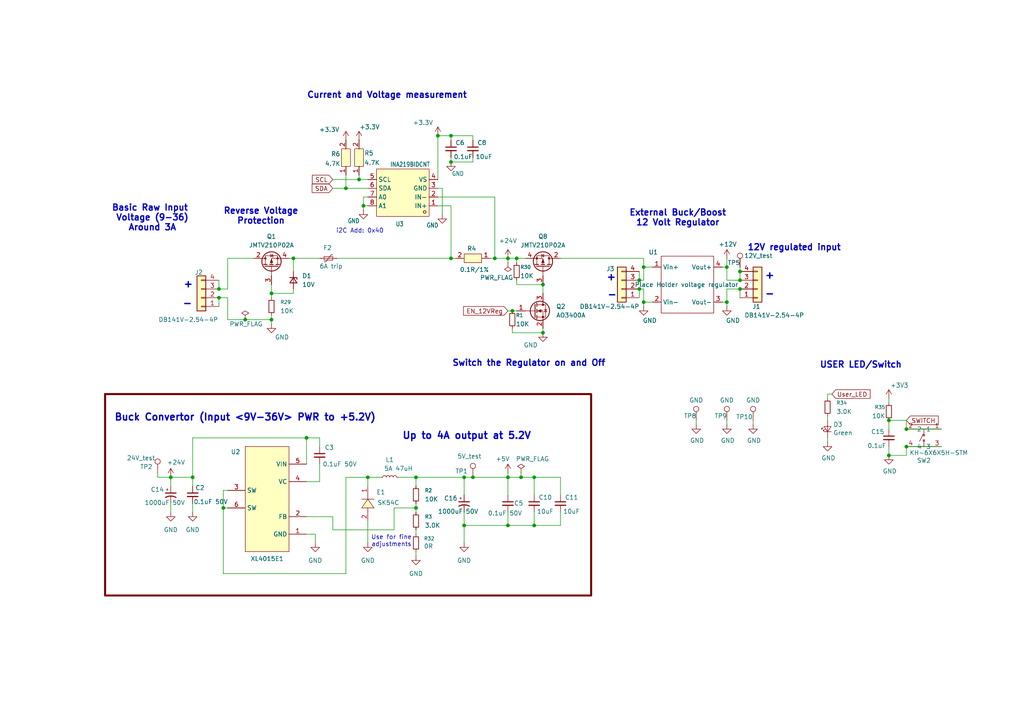
<source format=kicad_sch>
(kicad_sch (version 20250114) (generator "eeschema") (generator_version "9.0")
  (paper "A4")
  (title_block (title "MothBox") (date "2025-10-02") (rev "5.0.2") (company "Digital Naturalism Laboritories"))
  (lib_symbols
    (symbol "0_easyeda2kicad:KH-6X6X5H-STM"
      (property "Reference" "SW?" (at 0 7.62 0))
      (property "Value" "KH-6X6X5H-STM" (at 0 -7.62 0))
      (symbol "KH-6X6X5H-STM_0_1"
        (pin unspecified line (at -5.08 2.54 0) (length 2.54) (name "1") (number "1"))
        (pin unspecified line (at -5.08 -2.54 0) (length 2.54) (name "3") (number "3"))
        (pin unspecified line (at 5.08 2.54 180) (length 2.54) (name "2") (number "2"))
        (pin unspecified line (at 5.08 -2.54 180) (length 2.54) (name "4") (number "4"))
      )
    )
    (symbol "0_pauls_symbols:Device_LED_Small" (pin_numbers (hide yes)) (pin_names (offset 0.254) (hide yes))
      (property "Reference" "D" (at -1.27 3.175 0))
      (property "Value" "Device_LED_Small" (at -4.445 -2.54 0))
      (symbol "Device_LED_Small_1_1"
        (pin passive line (at -2.54 0 0) (length 1.778) (name "K") (number "1"))
        (pin passive line (at 2.54 0 180) (length 1.778) (name "A") (number "2"))
      )
    )
    (symbol "FRC0603J103TS_1" (pin_names (hide yes))
      (property "Reference" "R" (at 0 5.08 0))
      (property "Value" "FRC0603J103TS" (at 0 -5.08 0))
      (symbol "FRC0603J103TS_1_0_1"
        (pin unspecified line (at -5.08 0 0) (length 2.54) (name "1") (number "1"))
        (pin unspecified line (at 5.08 0 180) (length 2.54) (name "2") (number "2"))
      )
    )
    (symbol "MothBox_Symbol_Library:+12V" (power) (pin_numbers (hide yes)) (pin_names (offset 0) (hide yes))
      (property "Value" "+12V" (at 0 3.556 0))
      (symbol "+12V_1_1"
        (pin power_in line (at 0 0 90) (length 0) (name "~") (number "1"))
      )
    )
    (symbol "MothBox_Symbol_Library:+24V" (power) (pin_numbers (hide yes)) (pin_names (offset 0) (hide yes))
      (property "Value" "+24V" (at 0 3.556 0))
      (symbol "+24V_1_1"
        (pin power_in line (at 0 0 90) (length 0) (name "~") (number "1"))
      )
    )
    (symbol "MothBox_Symbol_Library:+3.3V" (power) (pin_numbers (hide yes)) (pin_names (offset 0) (hide yes))
      (property "Value" "+3.3V" (at 0 3.556 0))
      (symbol "+3.3V_1_1"
        (pin power_in line (at 0 0 90) (length 0) (name "~") (number "1"))
      )
    )
    (symbol "MothBox_Symbol_Library:+5V" (power) (pin_numbers (hide yes)) (pin_names (offset 0) (hide yes))
      (property "Value" "+5V" (at 0 3.556 0))
      (symbol "+5V_1_1"
        (pin power_in line (at 0 0 90) (length 0) (name "~") (number "1"))
      )
    )
    (symbol "MothBox_Symbol_Library:Buck-Boost"
      (property "Reference" "U" (at 0 0 0))
      (symbol "Buck-Boost_1_1"
        (pin input line (at -10.16 5.08 0) (length 2.54) (name "Vin+") (number "1"))
        (pin input line (at -10.16 -5.08 0) (length 2.54) (name "Vin-") (number "2"))
        (pin output line (at 10.16 5.08 180) (length 2.54) (name "Vout+") (number "4"))
        (pin output line (at 10.16 -5.08 180) (length 2.54) (name "Vout-") (number "3"))
      )
    )
    (symbol "MothBox_Symbol_Library:C_Polarized_Small_US" (pin_numbers (hide yes)) (pin_names (offset 0.254) (hide yes))
      (property "Reference" "C" (at 0.254 1.778 0))
      (property "Value" "C_Polarized_Small_US" (at 0.254 -2.032 0))
      (symbol "C_Polarized_Small_US_1_1"
        (pin passive line (at 0 2.54 270) (length 2.032) (name "~") (number "1"))
        (pin passive line (at 0 -2.54 90) (length 2.032) (name "~") (number "2"))
      )
    )
    (symbol "MothBox_Symbol_Library:C_Small" (pin_numbers (hide yes)) (pin_names (offset 0.254) (hide yes))
      (property "Reference" "C" (at 0.254 1.778 0))
      (property "Value" "C_Small" (at 0.254 -2.032 0))
      (symbol "C_Small_1_1"
        (pin passive line (at 0 2.54 270) (length 2.032) (name "~") (number "1"))
        (pin passive line (at 0 -2.54 90) (length 2.032) (name "~") (number "2"))
      )
    )
    (symbol "MothBox_Symbol_Library:Conn_01x04" (pin_names (offset 1.016) (hide yes))
      (property "Reference" "J" (at 0 5.08 0))
      (property "Value" "Conn_01x04" (at 0 -7.62 0))
      (symbol "Conn_01x04_1_1"
        (pin passive line (at -5.08 2.54 0) (length 3.81) (name "Pin_1") (number "1"))
        (pin passive line (at -5.08 0 0) (length 3.81) (name "Pin_2") (number "2"))
        (pin passive line (at -5.08 -2.54 0) (length 3.81) (name "Pin_3") (number "3"))
        (pin passive line (at -5.08 -5.08 0) (length 3.81) (name "Pin_4") (number "4"))
      )
    )
    (symbol "MothBox_Symbol_Library:D_Zener_Small" (pin_numbers (hide yes)) (pin_names (offset 0.254) (hide yes))
      (property "Reference" "D" (at 0 2.286 0))
      (property "Value" "D_Zener_Small" (at 0 -2.286 0))
      (symbol "D_Zener_Small_1_1"
        (pin passive line (at -2.54 0 0) (length 1.778) (name "K") (number "1"))
        (pin passive line (at 2.54 0 180) (length 1.778) (name "A") (number "2"))
      )
    )
    (symbol "MothBox_Symbol_Library:FRC0603J103TS" (pin_names (hide yes))
      (property "Reference" "R" (at 0 5.08 0))
      (property "Value" "FRC0603J103TS" (at 0 -5.08 0))
      (symbol "FRC0603J103TS_0_1"
        (pin unspecified line (at -5.08 0 0) (length 2.54) (name "1") (number "1"))
        (pin unspecified line (at 5.08 0 180) (length 2.54) (name "2") (number "2"))
      )
    )
    (symbol "MothBox_Symbol_Library:GND" (power) (pin_numbers (hide yes)) (pin_names (offset 0) (hide yes))
      (property "Value" "GND" (at 0 -3.81 0))
      (symbol "GND_1_1"
        (pin power_in line (at 0 0 270) (length 0) (name "~") (number "1"))
      )
    )
    (symbol "MothBox_Symbol_Library:INA219AIDCNR"
      (property "Reference" "U" (at 0 8.89 0))
      (property "Value" "INA219AIDCNR" (at 0 -8.89 0))
      (symbol "INA219AIDCNR_0_1"
        (pin unspecified line (at -10.16 3.81 0) (length 2.54) (name "IN+") (number "1"))
        (pin unspecified line (at -10.16 1.27 0) (length 2.54) (name "IN-") (number "2"))
        (pin unspecified line (at -10.16 -1.27 0) (length 2.54) (name "GND") (number "3"))
        (pin unspecified line (at -10.16 -3.81 0) (length 2.54) (name "VS") (number "4"))
        (pin unspecified line (at 10.16 3.81 180) (length 2.54) (name "A1") (number "8"))
        (pin unspecified line (at 10.16 1.27 180) (length 2.54) (name "A0") (number "7"))
        (pin unspecified line (at 10.16 -1.27 180) (length 2.54) (name "SDA") (number "6"))
        (pin unspecified line (at 10.16 -3.81 180) (length 2.54) (name "SCL") (number "5"))
      )
    )
    (symbol "MothBox_Symbol_Library:JMTV210P02A" (pin_names (hide yes))
      (property "Reference" "Q" (at 5.08 1.905 0))
      (property "Value" "JMTV210P02A" (at 5.08 0 0))
      (symbol "JMTV210P02A_1_1"
        (pin input line (at -5.08 0 0) (length 2.54) (name "G") (number "3"))
        (pin passive line (at 2.54 5.08 270) (length 2.54) (hide yes) (name "D") (number "1"))
        (pin passive line (at 2.54 5.08 270) (length 2.54) (name "D") (number "2"))
        (pin passive line (at 2.54 5.08 270) (length 2.54) (hide yes) (name "D") (number "5"))
        (pin passive line (at 2.54 5.08 270) (length 2.54) (hide yes) (name "D") (number "6"))
        (pin passive line (at 2.54 5.08 270) (length 2.54) (hide yes) (name "D") (number "8"))
        (pin passive line (at 2.54 -5.08 90) (length 2.54) (name "S") (number "4"))
        (pin passive line (at 2.54 -5.08 90) (length 2.54) (hide yes) (name "S") (number "7"))
      )
    )
    (symbol "MothBox_Symbol_Library:L_Small" (pin_numbers (hide yes)) (pin_names (offset 0.254) (hide yes))
      (property "Reference" "L" (at 0.762 1.016 0))
      (property "Value" "L_Small" (at 0.762 -1.016 0))
      (symbol "L_Small_1_1"
        (pin passive line (at 0 2.54 270) (length 0.508) (name "~") (number "1"))
        (pin passive line (at 0 -2.54 90) (length 0.508) (name "~") (number "2"))
      )
    )
    (symbol "MothBox_Symbol_Library:PCSR2512BR100M6" (pin_names (hide yes))
      (property "Reference" "R" (at 0 5.08 0))
      (property "Value" "PCSR2512BR100M6" (at 0 -5.08 0))
      (symbol "PCSR2512BR100M6_0_1"
        (pin unspecified line (at -5.08 0 0) (length 2.54) (name "1") (number "1"))
        (pin unspecified line (at 5.08 0 180) (length 2.54) (name "2") (number "2"))
      )
    )
    (symbol "MothBox_Symbol_Library:PWR_FLAG" (power) (pin_numbers (hide yes)) (pin_names (offset 0) (hide yes))
      (property "Value" "PWR_FLAG" (at 0 3.81 0))
      (symbol "PWR_FLAG_0_0"
        (pin power_out line (at 0 0 90) (length 0) (name "~") (number "1"))
      )
    )
    (symbol "MothBox_Symbol_Library:Polyfuse_Small" (pin_numbers (hide yes)) (pin_names (offset 0))
      (property "Reference" "F" (at -1.905 0 90))
      (property "Value" "Polyfuse_Small" (at 1.905 0 90))
      (symbol "Polyfuse_Small_1_1"
        (pin passive line (at 0 2.54 270) (length 0.635) (name "~") (number "1"))
        (pin passive line (at 0 -2.54 90) (length 0.635) (name "~") (number "2"))
      )
    )
    (symbol "MothBox_Symbol_Library:R_Small" (pin_numbers (hide yes)) (pin_names (offset 0.254) (hide yes))
      (property "Reference" "R" (at 0 0 90))
      (property "Value" "R_Small" (at 1.778 0 90))
      (symbol "R_Small_1_1"
        (pin passive line (at 0 2.54 270) (length 0.762) (name "~") (number "1"))
        (pin passive line (at 0 -2.54 90) (length 0.762) (name "~") (number "2"))
      )
    )
    (symbol "MothBox_Symbol_Library:SK54C_C5449119" (pin_names (hide yes))
      (property "Reference" "U" (at 0 5.08 0))
      (property "Value" "SK54C_C5449119" (at 0 -5.08 0))
      (symbol "SK54C_C5449119_0_1"
        (pin unspecified line (at -5.08 0 0) (length 2.54) (name "C") (number "1"))
        (pin unspecified line (at 5.08 0 180) (length 2.54) (name "A") (number "2"))
      )
    )
    (symbol "MothBox_Symbol_Library:TestPoint" (pin_numbers (hide yes)) (pin_names (offset 0.762) (hide yes))
      (property "Reference" "TP" (at 0 6.858 0))
      (property "Value" "TestPoint" (at 0 5.08 0))
      (symbol "TestPoint_1_1"
        (pin passive line (at 0 0 90) (length 2.54) (name "1") (number "1"))
      )
    )
    (symbol "MothBox_Symbol_Library:XL4015E1"
      (property "Reference" "U" (at 0 15.24 0))
      (property "Value" "XL4015E1" (at 0 -15.24 0))
      (symbol "XL4015E1_0_1"
        (pin unspecified line (at -11.43 2.54 0) (length 5.08) (name "SW") (number "3"))
        (pin unspecified line (at -11.43 -2.54 0) (length 5.08) (name "SW") (number "6"))
        (pin unspecified line (at 11.43 10.16 180) (length 5.08) (name "VIN") (number "5"))
        (pin unspecified line (at 11.43 5.08 180) (length 5.08) (name "VC") (number "4"))
        (pin unspecified line (at 11.43 -5.08 180) (length 5.08) (name "FB") (number "2"))
        (pin unspecified line (at 11.43 -10.16 180) (length 5.08) (name "GND") (number "1"))
      )
    )
    (symbol "Transistor_FET:AO3400A" (pin_names (offset 0) (hide yes))
      (property "Reference" "Q" (at 5.08 1.905 0))
      (property "Value" "AO3400A" (at 5.08 0 0))
      (symbol "AO3400A_1_1"
        (pin input line (at -5.08 0 0) (length 2.54) (name "G") (number "1"))
        (pin passive line (at 2.54 5.08 270) (length 2.54) (name "D") (number "3"))
        (pin passive line (at 2.54 -5.08 90) (length 2.54) (name "S") (number "2"))
      )
    )
  )
  (rectangle (start 30.48 114.3) (end 171.45 172.72) (stroke (width 0.5842) (color 110 0 0 1)))
  (text "+" (at 223.266 80.01 0) (effects (font (size 2 2) (thickness 0.4) (bold yes))))
  (text "Current and Voltage measurement\n" (at 112.268 27.686 0) (effects (font (size 1.778 1.778) (thickness 0.3556) (bold yes))))
  (text "i2C Add: 0x40" (at 104.394 67.056 0) (effects (font (size 1.27 1.27))))
  (text "Buck Convertor (Input <9V-36V> PWR to +5.2V)" (at 71.12 121.158 0) (effects (font (size 2 2) (thickness 0.4) (bold yes))))
  (text "Reverse Voltage\nProtection" (at 75.692 62.738 0) (effects (font (size 1.778 1.778) (thickness 0.3556) (bold yes))))
  (text "+" (at 54.61 82.55 0) (effects (font (size 2 2) (thickness 0.4) (bold yes))))
  (text "-" (at 223.266 85.344 0) (effects (font (size 2 2) (thickness 0.4) (bold yes))))
  (text "Use for fine\nadjustments" (at 113.538 156.972 0) (effects (font (size 1.27 1.27))))
  (text "+" (at 177.292 80.518 0) (effects (font (size 2 2) (thickness 0.4) (bold yes))))
  (text "12V regulated input\n" (at 230.378 71.882 0) (effects (font (size 1.778 1.778) (thickness 0.3556) (bold yes))))
  (text "Switch the Regulator on and Off\n" (at 153.416 105.41 0) (effects (font (size 1.778 1.778) (thickness 0.3556) (bold yes))))
  (text "-" (at 177.546 85.598 0) (effects (font (size 2 2) (thickness 0.4) (bold yes))))
  (text "Up to 4A output at 5.2V" (at 135.382 126.492 0) (effects (font (size 2 2) (thickness 0.4) (bold yes))))
  (text "USER LED/Switch" (at 249.682 105.918 0) (effects (font (size 1.778 1.778) (thickness 0.3556) (bold yes))))
  (text "Basic Raw Input \nVoltage (9-36)\nAround 3A" (at 44.196 63.246 0) (effects (font (size 1.778 1.778) (thickness 0.3556) (bold yes))))
  (text "-" (at 54.356 88.138 0) (effects (font (size 2 2) (thickness 0.4) (bold yes))))
  (text "External Buck/Boost\n12 Volt Regulator" (at 196.596 63.246 0) (effects (font (size 1.778 1.778) (thickness 0.3556) (bold yes))))
  (junction (at 100.33 54.61))
  (junction (at 104.14 52.07))
  (junction (at 106.68 138.43))
  (junction (at 78.74 85.09))
  (junction (at 186.69 87.63))
  (junction (at 63.5 86.36))
  (junction (at 134.62 138.43))
  (junction (at 154.94 138.43))
  (junction (at 262.89 124.46))
  (junction (at 71.12 92.71))
  (junction (at 185.42 83.82))
  (junction (at 105.41 59.69))
  (junction (at 149.86 74.93))
  (junction (at 186.69 77.47))
  (junction (at 157.48 96.52))
  (junction (at 151.13 138.43))
  (junction (at 143.51 74.93))
  (junction (at 120.65 147.32))
  (junction (at 148.59 90.17))
  (junction (at 78.74 92.71))
  (junction (at 157.48 82.55))
  (junction (at 120.65 138.43))
  (junction (at 85.09 74.93))
  (junction (at 88.9 127))
  (junction (at 147.32 138.43))
  (junction (at 49.53 138.43))
  (junction (at 130.81 39.37))
  (junction (at 63.5 83.82))
  (junction (at 214.63 78.74))
  (junction (at 130.81 46.99))
  (junction (at 210.82 87.63))
  (junction (at 214.63 81.28))
  (junction (at 257.81 132.08))
  (junction (at 210.82 77.47))
  (junction (at 262.89 129.54))
  (junction (at 214.63 83.82))
  (junction (at 134.62 152.4))
  (junction (at 137.16 138.43))
  (junction (at 130.81 74.93))
  (junction (at 147.32 152.4))
  (junction (at 147.32 74.93))
  (junction (at 127 39.37))
  (junction (at 257.81 121.92))
  (junction (at 154.94 152.4))
  (junction (at 185.42 81.28))
  (junction (at 55.88 138.43))
  (junction (at 64.77 147.32))
  (wire (pts (xy 55.88 127) (xy 55.88 138.43)))
  (wire (pts (xy 63.5 83.82) (xy 66.04 83.82)))
  (wire (pts (xy 128.27 54.61) (xy 128.27 62.23)))
  (wire (pts (xy 78.74 85.09) (xy 85.09 85.09)))
  (wire (pts (xy 147.32 74.93) (xy 147.32 76.2)))
  (wire (pts (xy 127 54.61) (xy 128.27 54.61)))
  (wire (pts (xy 186.69 87.63) (xy 189.23 87.63)))
  (wire (pts (xy 78.74 82.55) (xy 78.74 85.09)))
  (wire (pts (xy 96.52 149.86) (xy 96.52 153.67)))
  (wire (pts (xy 63.5 81.28) (xy 63.5 83.82)))
  (wire (pts (xy 147.32 90.17) (xy 148.59 90.17)))
  (wire (pts (xy 64.77 147.32) (xy 64.77 142.24)))
  (wire (pts (xy 162.56 138.43) (xy 154.94 138.43)))
  (wire (pts (xy 214.63 78.74) (xy 214.63 81.28)))
  (wire (pts (xy 147.32 143.51) (xy 147.32 138.43)))
  (wire (pts (xy 154.94 138.43) (xy 151.13 138.43)))
  (wire (pts (xy 134.62 148.59) (xy 134.62 152.4)))
  (wire (pts (xy 104.14 52.07) (xy 96.52 52.07)) (stroke (width 0.1524)))
  (wire (pts (xy 114.3 147.32) (xy 120.65 147.32)))
  (wire (pts (xy 214.63 83.82) (xy 214.63 86.36)))
  (wire (pts (xy 66.04 86.36) (xy 66.04 92.71)))
  (wire (pts (xy 127 59.69) (xy 130.81 59.69)) (stroke (width 0.1524)))
  (wire (pts (xy 257.81 115.57) (xy 257.81 116.84)))
  (wire (pts (xy 45.72 138.43) (xy 49.53 138.43)))
  (wire (pts (xy 262.89 129.54) (xy 273.05 129.54)))
  (wire (pts (xy 210.82 77.47) (xy 209.55 77.47)))
  (wire (pts (xy 151.13 137.16) (xy 151.13 138.43)))
  (wire (pts (xy 210.82 74.93) (xy 210.82 77.47)))
  (wire (pts (xy 120.65 147.32) (xy 120.65 148.59)))
  (wire (pts (xy 127 57.15) (xy 143.51 57.15)) (stroke (width 0.1524)))
  (wire (pts (xy 186.69 83.82) (xy 186.69 87.63)))
  (wire (pts (xy 162.56 74.93) (xy 186.69 74.93)))
  (wire (pts (xy 262.89 129.54) (xy 262.89 132.08)))
  (wire (pts (xy 120.65 153.67) (xy 120.65 154.94)))
  (wire (pts (xy 148.59 90.17) (xy 149.86 90.17)))
  (wire (pts (xy 147.32 74.93) (xy 149.86 74.93)))
  (wire (pts (xy 137.16 45.72) (xy 137.16 46.99)))
  (wire (pts (xy 106.68 57.15) (xy 105.41 57.15)))
  (wire (pts (xy 66.04 147.32) (xy 64.77 147.32)))
  (wire (pts (xy 78.74 85.09) (xy 78.74 86.36)))
  (wire (pts (xy 240.03 120.65) (xy 240.03 121.92)))
  (wire (pts (xy 97.79 74.93) (xy 130.81 74.93)))
  (wire (pts (xy 106.68 54.61) (xy 100.33 54.61)) (stroke (width 0.1524)))
  (wire (pts (xy 201.93 121.92) (xy 201.93 123.19)))
  (wire (pts (xy 157.48 82.55) (xy 157.48 85.09)))
  (wire (pts (xy 120.65 146.05) (xy 120.65 147.32)))
  (wire (pts (xy 147.32 148.59) (xy 147.32 152.4)))
  (wire (pts (xy 130.81 39.37) (xy 130.81 40.64)))
  (wire (pts (xy 78.74 92.71) (xy 78.74 93.98)))
  (wire (pts (xy 149.86 74.93) (xy 149.86 76.2)))
  (wire (pts (xy 91.44 154.94) (xy 91.44 157.48)))
  (wire (pts (xy 49.53 138.43) (xy 55.88 138.43)))
  (wire (pts (xy 210.82 81.28) (xy 210.82 77.47)))
  (wire (pts (xy 134.62 152.4) (xy 147.32 152.4)))
  (wire (pts (xy 88.9 154.94) (xy 91.44 154.94)))
  (wire (pts (xy 88.9 134.62) (xy 88.9 127)))
  (wire (pts (xy 185.42 83.82) (xy 185.42 86.36)))
  (wire (pts (xy 105.41 59.69) (xy 106.68 59.69)))
  (wire (pts (xy 151.13 138.43) (xy 147.32 138.43)))
  (wire (pts (xy 105.41 59.69) (xy 105.41 60.96)))
  (wire (pts (xy 186.69 77.47) (xy 186.69 74.93)))
  (wire (pts (xy 210.82 83.82) (xy 210.82 87.63)))
  (wire (pts (xy 262.89 121.92) (xy 262.89 124.46)))
  (wire (pts (xy 63.5 86.36) (xy 66.04 86.36)))
  (wire (pts (xy 49.53 146.05) (xy 49.53 148.59)))
  (wire (pts (xy 63.5 86.36) (xy 63.5 88.9)))
  (wire (pts (xy 83.82 74.93) (xy 85.09 74.93)))
  (wire (pts (xy 64.77 147.32) (xy 64.77 166.37)))
  (wire (pts (xy 186.69 81.28) (xy 186.69 77.47)))
  (wire (pts (xy 92.71 129.54) (xy 92.71 127)))
  (wire (pts (xy 85.09 74.93) (xy 92.71 74.93)))
  (wire (pts (xy 149.86 81.28) (xy 149.86 82.55)))
  (wire (pts (xy 186.69 77.47) (xy 189.23 77.47)))
  (wire (pts (xy 130.81 74.93) (xy 132.08 74.93)))
  (wire (pts (xy 127 39.37) (xy 127 52.07)))
  (wire (pts (xy 148.59 96.52) (xy 157.48 96.52)))
  (wire (pts (xy 143.51 74.93) (xy 142.24 74.93)) (stroke (width 0.1524)))
  (wire (pts (xy 157.48 95.25) (xy 157.48 96.52)))
  (wire (pts (xy 106.68 138.43) (xy 110.49 138.43)))
  (wire (pts (xy 120.65 138.43) (xy 120.65 140.97)))
  (wire (pts (xy 210.82 121.92) (xy 210.82 123.19)))
  (wire (pts (xy 185.42 78.74) (xy 185.42 81.28)))
  (wire (pts (xy 214.63 77.47) (xy 214.63 78.74)))
  (wire (pts (xy 162.56 143.51) (xy 162.56 138.43)))
  (wire (pts (xy 106.68 138.43) (xy 106.68 140.97)))
  (wire (pts (xy 257.81 121.92) (xy 257.81 124.46)))
  (wire (pts (xy 100.33 138.43) (xy 106.68 138.43)))
  (wire (pts (xy 134.62 152.4) (xy 134.62 157.48)))
  (wire (pts (xy 154.94 143.51) (xy 154.94 138.43)))
  (wire (pts (xy 154.94 152.4) (xy 147.32 152.4)))
  (wire (pts (xy 262.89 124.46) (xy 273.05 124.46)))
  (wire (pts (xy 96.52 54.61) (xy 100.33 54.61)))
  (wire (pts (xy 66.04 74.93) (xy 66.04 83.82)))
  (wire (pts (xy 149.86 82.55) (xy 157.48 82.55)))
  (wire (pts (xy 130.81 45.72) (xy 130.81 46.99)))
  (wire (pts (xy 137.16 138.43) (xy 147.32 138.43)))
  (wire (pts (xy 186.69 87.63) (xy 186.69 88.9)))
  (wire (pts (xy 66.04 142.24) (xy 64.77 142.24)))
  (wire (pts (xy 96.52 153.67) (xy 114.3 153.67)))
  (wire (pts (xy 73.66 74.93) (xy 66.04 74.93)))
  (wire (pts (xy 154.94 148.59) (xy 154.94 152.4)))
  (wire (pts (xy 143.51 74.93) (xy 147.32 74.93)))
  (wire (pts (xy 162.56 152.4) (xy 162.56 148.59)))
  (wire (pts (xy 45.72 137.16) (xy 45.72 138.43)))
  (wire (pts (xy 214.63 81.28) (xy 210.82 81.28)))
  (wire (pts (xy 127 39.37) (xy 130.81 39.37)))
  (wire (pts (xy 88.9 149.86) (xy 96.52 149.86)))
  (wire (pts (xy 137.16 40.64) (xy 137.16 39.37)))
  (wire (pts (xy 147.32 137.16) (xy 147.32 138.43)))
  (wire (pts (xy 85.09 83.82) (xy 85.09 85.09)))
  (wire (pts (xy 64.77 166.37) (xy 100.33 166.37)))
  (wire (pts (xy 105.41 57.15) (xy 105.41 59.69)))
  (wire (pts (xy 120.65 160.02) (xy 120.65 161.29)))
  (wire (pts (xy 96.52 54.61) (xy 100.33 54.61)) (stroke (width 0.1524)))
  (wire (pts (xy 88.9 139.7) (xy 92.71 139.7)))
  (wire (pts (xy 106.68 52.07) (xy 104.14 52.07)) (stroke (width 0.1524)))
  (wire (pts (xy 149.86 74.93) (xy 152.4 74.93)))
  (wire (pts (xy 55.88 146.05) (xy 55.88 148.59)))
  (wire (pts (xy 240.03 114.3) (xy 241.3 114.3)))
  (wire (pts (xy 209.55 87.63) (xy 210.82 87.63)))
  (wire (pts (xy 240.03 127) (xy 240.03 128.27)))
  (wire (pts (xy 100.33 166.37) (xy 100.33 138.43)))
  (wire (pts (xy 92.71 127) (xy 88.9 127)))
  (wire (pts (xy 218.44 121.92) (xy 218.44 123.19)))
  (wire (pts (xy 106.68 151.13) (xy 106.68 157.48)))
  (wire (pts (xy 257.81 132.08) (xy 262.89 132.08)))
  (wire (pts (xy 148.59 95.25) (xy 148.59 96.52)))
  (wire (pts (xy 257.81 121.92) (xy 262.89 121.92)))
  (wire (pts (xy 154.94 152.4) (xy 162.56 152.4)))
  (wire (pts (xy 257.81 129.54) (xy 257.81 132.08)))
  (wire (pts (xy 214.63 83.82) (xy 210.82 83.82)))
  (wire (pts (xy 104.14 50.8) (xy 104.14 52.07)))
  (wire (pts (xy 143.51 57.15) (xy 143.51 74.93)) (stroke (width 0.1524)))
  (wire (pts (xy 49.53 138.43) (xy 49.53 140.97)))
  (wire (pts (xy 137.16 46.99) (xy 130.81 46.99)))
  (wire (pts (xy 66.04 92.71) (xy 71.12 92.71)))
  (wire (pts (xy 240.03 115.57) (xy 240.03 114.3)))
  (wire (pts (xy 137.16 39.37) (xy 130.81 39.37)))
  (wire (pts (xy 88.9 127) (xy 55.88 127)))
  (wire (pts (xy 71.12 92.71) (xy 78.74 92.71)))
  (wire (pts (xy 85.09 74.93) (xy 85.09 78.74)))
  (wire (pts (xy 115.57 138.43) (xy 120.65 138.43)))
  (wire (pts (xy 114.3 153.67) (xy 114.3 147.32)))
  (wire (pts (xy 134.62 143.51) (xy 134.62 138.43)))
  (wire (pts (xy 134.62 138.43) (xy 137.16 138.43)))
  (wire (pts (xy 120.65 138.43) (xy 134.62 138.43)))
  (wire (pts (xy 185.42 83.82) (xy 186.69 83.82)))
  (wire (pts (xy 100.33 50.8) (xy 100.33 54.61)))
  (wire (pts (xy 92.71 139.7) (xy 92.71 134.62)))
  (wire (pts (xy 78.74 91.44) (xy 78.74 92.71)))
  (wire (pts (xy 130.81 59.69) (xy 130.81 74.93)) (stroke (width 0.1524)))
  (wire (pts (xy 185.42 81.28) (xy 186.69 81.28)))
  (wire (pts (xy 55.88 138.43) (xy 55.88 140.97)))
  (wire (pts (xy 210.82 87.63) (xy 210.82 88.9)))
  (global_label "SCL" (shape input) (at 96.52 52.07 180) (property "Intersheetrefs" "${INTERSHEET_REFS}" (effects (hide yes))))
  (global_label "SDA" (shape input) (at 96.52 54.61 180) (property "Intersheetrefs" "${INTERSHEET_REFS}" (effects (hide yes))))
  (global_label "User_LED" (shape input) (at 241.3 114.3 0) (property "Intersheetrefs" "${INTERSHEET_REFS}" (effects (hide yes))))
  (global_label "SWITCH" (shape input) (at 262.89 121.92 0) (property "Intersheetrefs" "${INTERSHEET_REFS}" (effects (hide yes))))
  (global_label "EN_12VReg" (shape input) (at 147.32 90.17 180) (property "Intersheetrefs" "${INTERSHEET_REFS}" (effects (hide yes))))
  (symbol (lib_id "MothBox_Symbol_Library:C_Small") (at 137.16 43.18 0) (unit 1)
    (property "Reference" "C8" (at 138.43 41.402 0) (effects (justify left)))
    (property "Value" "10uF" (at 137.922 45.466 0) (effects (justify left)))
    (property "Footprint" "MothBox_footprints_Library:C_0603_1608Metric" (effects (hide yes)))
    (property "Description" "Unpolarized capacitor, small symbol" (effects (hide yes)))
    (property "LCSC_Part" "C19702" (effects (hide yes)))
  )
  (symbol (lib_id "MothBox_Symbol_Library:GND") (at 128.27 62.23 0) (unit 1)
    (property "Reference" "#U$03" (effects (hide yes)))
    (property "Value" "GND" (at 123.698 66.04 0) (effects (font (size 1.27 1.0795)) (justify left bottom)))
  )
  (symbol (lib_id "MothBox_Symbol_Library:PCSR2512BR100M6") (at 137.16 74.93 180) (unit 1)
    (property "Reference" "R4" (at 138.176 71.374 0) (effects (justify left bottom)))
    (property "Value" "0.1R/1%" (at 133.35 77.47 0) (effects (justify right bottom)))
    (property "Footprint" "MothBox_footprints_Library:R_2512_6332Metric" (effects (hide yes)))
    (property "LCSC_Part" "C23067426" (effects (hide yes)))
  )
  (symbol (lib_id "MothBox_Symbol_Library:GND") (at 218.44 123.19 0) (unit 1)
    (property "Reference" "#PWR062" (effects (hide yes)))
    (property "Value" "GND" (at 218.694 127.762 0))
    (property "Description" "Power symbol creates a global label with name \"GND\" , ground" (effects (hide yes)))
  )
  (symbol (lib_id "MothBox_Symbol_Library:Conn_01x04") (at 180.34 83.82 180) (unit 1)
    (property "Reference" "J3" (at 177.038 77.978 0))
    (property "Value" "DB141V-2.54-4P" (at 176.784 88.9 0))
    (property "Footprint" "MothBox_footprints_Library:CONN-TH_4P-P2.54_DIBO_DB141V-2.54-4P" (effects (hide yes)))
    (property "Description" "Generic connector, single row, 01x04, script generated (kicad-library-utils/schlib/autogen/connector/)" (effects (hide yes)))
    (property "LCSC_Part" "C2898746" (effects (hide yes)))
  )
  (symbol (lib_id "MothBox_Symbol_Library:GND") (at 257.81 132.08 0) (unit 1)
    (property "Reference" "#PWR072" (effects (hide yes)))
    (property "Value" "GND" (at 258.064 136.652 0))
    (property "Description" "Power symbol creates a global label with name \"GND\" , ground" (effects (hide yes)))
  )
  (symbol (lib_id "MothBox_Symbol_Library:TestPoint") (at 214.63 77.47 0) (unit 1) (in_bom no)
    (property "Reference" "TP5" (at 212.852 76.2 0))
    (property "Value" "12V_test" (at 219.964 74.168 0))
    (property "Footprint" "MothBox_footprints_Library:TestPoint_THTPad_D1.0mm_Drill0.5mm" (effects (hide yes)))
    (property "Description" "test point" (effects (hide yes)))
  )
  (symbol (lib_id "MothBox_Symbol_Library:SK54C_C5449119") (at 106.68 146.05 270) (unit 1)
    (property "Reference" "E1" (at 111.76 142.748 90) (effects (justify right)))
    (property "Value" "SK54C" (at 115.824 145.796 90) (effects (justify right)))
    (property "Footprint" "MothBox_footprints_Library:SMC_L6.9-W5.9-LS8.0-RD" (effects (hide yes)))
    (property "Description" "Independent Type 5A 550mV@5A 40V SMC Diodes - General Purpose ROHS" (effects (hide yes)))
    (property "MF" "Taiwan Semiconductor" (effects (hide yes)))
    (property "MAXIMUM_PACKAGE_HEIGHT" "2.65mm" (effects (hide yes)))
    (property "Package" "DO-214AB-2 Taiwan Semiconductor" (effects (hide yes)))
    (property "Price" "None" (effects (hide yes)))
    (property "Check_prices" "https://www.snapeda.com/parts/SK54C/taiwan/view-part/?ref=eda" (effects (hide yes)))
    (property "STANDARD" "Manufacturer Recommendations" (effects (hide yes)))
    (property "PARTREV" "S2311" (effects (hide yes)))
    (property "SnapEDA_Link" "https://www.snapeda.com/parts/SK54C/taiwan/view-part/?ref=snap" (effects (hide yes)))
    (property "MP" "SK54C" (effects (hide yes)))
    (property "Description_1" "5A, 40V, Schottky Rectifier" (effects (hide yes)))
    (property "Availability" "In Stock" (effects (hide yes)))
    (property "MANUFACTURER" "Taiwan Semiconductor" (effects (hide yes)))
    (property "LCSC_Part" "C5449119" (effects (hide yes)))
  )
  (symbol (lib_id "MothBox_Symbol_Library:XL4015E1") (at 77.47 144.78 0) (unit 1)
    (property "Reference" "U2" (at 68.326 131.064 0))
    (property "Value" "XL4015E1" (at 77.47 162.052 0))
    (property "Footprint" "Package_TO_SOT_SMD:TO-263-5_TabPin3" (effects (hide yes)))
    (property "Datasheet" "https://lcsc.com/product-detail/DC-DC-Converters_XL4015E1_C51661.html" (effects (hide yes)))
    (property "MF" "XLSEMI" (effects (hide yes)))
    (property "MAXIMUM_PACKAGE_HEIGHT" "4.77mm" (effects (hide yes)))
    (property "Package" "None" (effects (hide yes)))
    (property "Price" "None" (effects (hide yes)))
    (property "Check_prices" "https://www.snapeda.com/parts/XL4015/XLSEMI/view-part/?ref=eda" (effects (hide yes)))
    (property "STANDARD" "Manufacturer Recommendations" (effects (hide yes)))
    (property "PARTREV" "1.5" (effects (hide yes)))
    (property "SnapEDA_Link" "https://www.snapeda.com/parts/XL4015/XLSEMI/view-part/?ref=snap" (effects (hide yes)))
    (property "MP" "XL4015" (effects (hide yes)))
    (property "Description_1" "5A 180KHz 36V Buck DC to DC Converter" (effects (hide yes)))
    (property "Availability" "Not in stock" (effects (hide yes)))
    (property "MANUFACTURER" "XLSEMI" (effects (hide yes)))
    (property "LCSC_Part" "C51661" (effects (hide yes)))
  )
  (symbol (lib_id "MothBox_Symbol_Library:+12V") (at 210.82 74.93 0) (unit 1)
    (property "Reference" "#PWR06" (effects (hide yes)))
    (property "Value" "+12V" (at 211.074 70.866 0))
    (property "Description" "Power symbol creates a global label with name \"+12V\"" (effects (hide yes)))
  )
  (symbol (lib_id "MothBox_Symbol_Library:Polyfuse_Small") (at 95.25 74.93 90) (unit 1)
    (property "Reference" "F2" (at 94.996 71.882 90))
    (property "Value" "6A trip" (at 96.012 77.216 90))
    (property "Footprint" "Fuse:Fuse_1812_4532Metric" (effects (hide yes)))
    (property "Description" "Resettable fuse, polymeric positive temperature coefficient, small symbol" (effects (hide yes)))
    (property "LCSC_Part" "C7500481" (effects (hide yes)))
  )
  (symbol (lib_id "0_pauls_symbols:Device_LED_Small") (at 240.03 124.46 90) (unit 1)
    (property "Reference" "D3" (at 241.681 123.1208 90) (effects (justify right)))
    (property "Value" "Green" (at 241.681 125.5451 90) (effects (justify right)))
    (property "Footprint" "LED_SMD:LED_0603_1608Metric" (effects (hide yes)))
    (property "LCSC" "C72043" (effects (hide yes)))
  )
  (symbol (lib_id "MothBox_Symbol_Library:Conn_01x04") (at 58.42 86.36 180) (unit 1)
    (property "Reference" "J2" (at 57.658 78.994 0))
    (property "Value" "DB141V-2.54-4P" (at 54.61 92.71 0))
    (property "Footprint" "MothBox_footprints_Library:CONN-TH_4P-P2.54_DIBO_DB141V-2.54-4P" (effects (hide yes)))
    (property "Description" "Generic connector, single row, 01x04, script generated (kicad-library-utils/schlib/autogen/connector/)" (effects (hide yes)))
    (property "LCSC_Part" "C2898746" (effects (hide yes)))
  )
  (symbol (lib_id "MothBox_Symbol_Library:GND") (at 210.82 123.19 0) (unit 1)
    (property "Reference" "#PWR059" (effects (hide yes)))
    (property "Value" "GND" (at 211.074 127.762 0))
    (property "Description" "Power symbol creates a global label with name \"GND\" , ground" (effects (hide yes)))
  )
  (symbol (lib_id "MothBox_Symbol_Library:PWR_FLAG") (at 151.13 137.16 0) (unit 1)
    (property "Reference" "#FLG03" (effects (hide yes)))
    (property "Value" "PWR_FLAG" (at 154.432 133.096 0))
    (property "Description" "Special symbol for telling ERC where power comes from" (effects (hide yes)))
  )
  (symbol (lib_id "MothBox_Symbol_Library:R_Small") (at 257.81 119.38 0) (mirror y) (unit 1)
    (property "Reference" "R35" (at 256.794 118.11 0) (effects (font (size 1.016 1.016)) (justify left)))
    (property "Value" "10K" (at 256.794 120.65 0) (effects (justify left)))
    (property "Footprint" "MothBox_footprints_Library:R_0603_1608Metric" (effects (hide yes)))
    (property "Description" "Resistor, small symbol" (effects (hide yes)))
    (property "LCSC_Part" "C25804" (effects (hide yes)))
  )
  (symbol (lib_id "MothBox_Symbol_Library:TestPoint") (at 45.72 137.16 0) (unit 1) (in_bom no)
    (property "Reference" "TP2" (at 42.418 135.382 0))
    (property "Value" "24V_test" (at 40.894 132.842 0))
    (property "Footprint" "MothBox_footprints_Library:TestPoint_THTPad_D1.0mm_Drill0.5mm" (effects (hide yes)))
    (property "Description" "test point" (effects (hide yes)))
  )
  (symbol (lib_id "MothBox_Symbol_Library:+24V") (at 49.53 138.43 0) (unit 1)
    (property "Reference" "#PWR031" (effects (hide yes)))
    (property "Value" "+24V" (at 51.054 134.112 0))
    (property "Description" "Power symbol creates a global label with name \"+24V\"" (effects (hide yes)))
  )
  (symbol (lib_id "MothBox_Symbol_Library:+24V") (at 147.32 74.93 0) (unit 1)
    (property "Reference" "#PWR01" (effects (hide yes)))
    (property "Value" "+24V" (at 147.32 69.85 0))
    (property "Description" "Power symbol creates a global label with name \"+24V\"" (effects (hide yes)))
  )
  (symbol (lib_id "MothBox_Symbol_Library:PWR_FLAG") (at 147.32 76.2 180) (unit 1)
    (property "Reference" "#FLG01" (effects (hide yes)))
    (property "Value" "PWR_FLAG" (at 148.844 80.518 0) (effects (justify left)))
    (property "Description" "Special symbol for telling ERC where power comes from" (effects (hide yes)))
  )
  (symbol (lib_id "MothBox_Symbol_Library:TestPoint") (at 201.93 121.92 0) (unit 1) (in_bom no)
    (property "Reference" "TP8" (at 200.152 120.65 0))
    (property "Value" "GND" (at 201.93 116.078 0))
    (property "Footprint" "MothBox_footprints_Library:TestPoint_THTPad_D1.0mm_Drill0.5mm" (effects (hide yes)))
    (property "Description" "test point" (effects (hide yes)))
  )
  (symbol (lib_id "MothBox_Symbol_Library:GND") (at 157.48 96.52 0) (unit 1)
    (property "Reference" "#PWR0101" (effects (hide yes)))
    (property "Value" "GND" (at 153.924 100.076 0))
    (property "Description" "Power symbol creates a global label with name \"GND\" , ground" (effects (hide yes)))
  )
  (symbol (lib_id "MothBox_Symbol_Library:GND") (at 240.03 128.27 0) (unit 1)
    (property "Reference" "#PWR071" (effects (hide yes)))
    (property "Value" "GND" (at 240.284 132.842 0))
    (property "Description" "Power symbol creates a global label with name \"GND\" , ground" (effects (hide yes)))
  )
  (symbol (lib_id "MothBox_Symbol_Library:C_Small") (at 147.32 146.05 0) (unit 1)
    (property "Reference" "C5" (at 149.0941 145.9695 0) (effects (justify left)))
    (property "Value" "0.1uF 50V" (at 141.478 148.844 0) (effects (justify left)))
    (property "Footprint" "MothBox_footprints_Library:C_0603_1608Metric" (effects (hide yes)))
    (property "Description" "50V 0.1uF X7R ±10% 0805 Multilayer Ceramic Capacitors MLCC - SMD/SMT ROHS" (effects (hide yes)))
    (property "LCSC_Part" "C14663" (effects (hide yes)))
  )
  (symbol (lib_id "MothBox_Symbol_Library:GND") (at 105.41 60.96 0) (unit 1)
    (property "Reference" "#U$02" (effects (hide yes)))
    (property "Value" "GND" (at 100.838 64.77 0) (effects (font (size 1.27 1.0795)) (justify left bottom)))
  )
  (symbol (lib_id "MothBox_Symbol_Library:R_Small") (at 240.03 118.11 0) (unit 1)
    (property "Reference" "R34" (at 242.57 116.8399 0) (effects (font (size 1.016 1.016)) (justify left)))
    (property "Value" "3.0K" (at 242.57 119.3799 0) (effects (justify left)))
    (property "Footprint" "MothBox_footprints_Library:R_0603_1608Metric" (effects (hide yes)))
    (property "Description" "Resistor, small symbol" (effects (hide yes)))
    (property "LCSC_Part" "C4211" (effects (hide yes)))
  )
  (symbol (lib_id "MothBox_Symbol_Library:L_Small") (at 113.03 138.43 90) (unit 1)
    (property "Reference" "L1" (at 113.03 133.35 90))
    (property "Value" "5A 47uH" (at 115.57 135.89 90))
    (property "Footprint" "MothBox_footprints_Library:L_Chilisin_BMRG00131360" (effects (hide yes)))
    (property "Description" "5A 47uH Integrated molded inductor ±20% SMD,13.8x12.6x6.5mm Power Inductors ROHS" (effects (hide yes)))
    (property "LCSC_Part" "C497913" (effects (hide yes)))
  )
  (symbol (lib_id "MothBox_Symbol_Library:+3.3V") (at 104.14 40.64 0) (mirror y) (unit 1)
    (property "Reference" "#PWR015" (effects (hide yes)))
    (property "Value" "+3.3V" (at 107.188 36.83 0))
    (property "Description" "Power symbol creates a global label with name \"+3.3V\"" (effects (hide yes)))
  )
  (symbol (lib_id "0_easyeda2kicad:KH-6X6X5H-STM") (at 267.97 127 0) (mirror y) (unit 1)
    (property "Reference" "SW2" (at 267.97 133.5575 0))
    (property "Value" "KH-6X6X5H-STM" (at 272.288 131.318 0))
    (property "Footprint" "0_easyeda_footprints:SW-SMD_4P-L6.0-W6.0-P4.50-LS9.0_H5.0" (effects (hide yes)))
    (property "LCSC Part" "C455095" (effects (hide yes)))
  )
  (symbol (lib_id "MothBox_Symbol_Library:+3.3V") (at 257.81 115.57 0) (mirror y) (unit 1)
    (property "Reference" "#PWR073" (effects (hide yes)))
    (property "Value" "+3V3" (at 260.858 111.76 0))
    (property "Description" "Power symbol creates a global label with name \"+3.3V\"" (effects (hide yes)))
  )
  (symbol (lib_id "MothBox_Symbol_Library:C_Small") (at 92.71 132.08 0) (mirror y) (unit 1)
    (property "Reference" "C3" (at 95.504 129.794 0))
    (property "Value" "0.1uF 50V" (at 98.552 134.62 0))
    (property "Footprint" "MothBox_footprints_Library:C_0603_1608Metric" (effects (hide yes)))
    (property "Description" "50V 0.1uF X7R ±10% 0805 Multilayer Ceramic Capacitors MLCC - SMD/SMT ROHS" (effects (hide yes)))
    (property "LCSC_Part" "C14663" (effects (hide yes)))
  )
  (symbol (lib_id "MothBox_Symbol_Library:GND") (at 55.88 148.59 0) (unit 1)
    (property "Reference" "#PWR04" (effects (hide yes)))
    (property "Value" "GND" (at 55.88 153.67 0))
    (property "Description" "Power symbol creates a global label with name \"GND\" , ground" (effects (hide yes)))
  )
  (symbol (lib_id "MothBox_Symbol_Library:R_Small") (at 120.65 157.48 0) (unit 1)
    (property "Reference" "R32" (at 122.936 156.21 0) (effects (font (size 1.016 1.016)) (justify left)))
    (property "Value" "0R" (at 122.936 158.4299 0) (effects (justify left)))
    (property "Footprint" "MothBox_footprints_Library:R_0603_1608Metric" (effects (hide yes)))
    (property "Description" "Resistor, small symbol" (effects (hide yes)))
    (property "LCSC_Part" "C21189" (effects (hide yes)))
  )
  (symbol (lib_id "MothBox_Symbol_Library:PWR_FLAG") (at 71.12 92.71 0) (unit 1)
    (property "Reference" "#FLG02" (effects (hide yes)))
    (property "Value" "PWR_FLAG" (at 71.374 93.98 0))
    (property "Description" "Special symbol for telling ERC where power comes from" (effects (hide yes)))
  )
  (symbol (lib_id "MothBox_Symbol_Library:TestPoint") (at 210.82 121.92 0) (unit 1) (in_bom no)
    (property "Reference" "TP9" (at 209.042 120.65 0))
    (property "Value" "GND" (at 210.82 116.078 0))
    (property "Footprint" "MothBox_footprints_Library:TestPoint_THTPad_D1.0mm_Drill0.5mm" (effects (hide yes)))
    (property "Description" "test point" (effects (hide yes)))
  )
  (symbol (lib_id "MothBox_Symbol_Library:GND") (at 134.62 157.48 0) (unit 1)
    (property "Reference" "#PWR011" (effects (hide yes)))
    (property "Value" "GND" (at 134.62 162.56 0))
    (property "Description" "Power symbol creates a global label with name \"GND\" , ground" (effects (hide yes)))
  )
  (symbol (lib_id "MothBox_Symbol_Library:D_Zener_Small") (at 85.09 81.28 270) (unit 1)
    (property "Reference" "D1" (at 87.63 80.0099 90) (effects (justify left)))
    (property "Value" "10V" (at 87.63 82.5499 90) (effects (justify left)))
    (property "Footprint" "MothBox_footprints_Library:D_SOD-323" (effects (hide yes)))
    (property "Description" "Zener diode, small symbol" (effects (hide yes)))
    (property "LCSC_Part" "C571388" (effects (hide yes)))
  )
  (symbol (lib_id "MothBox_Symbol_Library:GND") (at 210.82 88.9 0) (unit 1)
    (property "Reference" "#PWR07" (effects (hide yes)))
    (property "Value" "GND" (at 212.598 92.964 0))
    (property "Description" "Power symbol creates a global label with name \"GND\" , ground" (effects (hide yes)))
  )
  (symbol (lib_id "MothBox_Symbol_Library:R_Small") (at 120.65 151.13 0) (unit 1)
    (property "Reference" "R3" (at 123.19 149.8599 0) (effects (font (size 1.016 1.016)) (justify left)))
    (property "Value" "3.0K" (at 123.19 152.3999 0) (effects (justify left)))
    (property "Footprint" "MothBox_footprints_Library:R_0603_1608Metric" (effects (hide yes)))
    (property "Description" "Resistor, small symbol" (effects (hide yes)))
    (property "LCSC_Part" "C4211" (effects (hide yes)))
  )
  (symbol (lib_id "MothBox_Symbol_Library:GND") (at 49.53 148.59 0) (unit 1)
    (property "Reference" "#PWR03" (effects (hide yes)))
    (property "Value" "GND" (at 49.53 153.67 0))
    (property "Description" "Power symbol creates a global label with name \"GND\" , ground" (effects (hide yes)))
  )
  (symbol (lib_id "MothBox_Symbol_Library:GND") (at 91.44 157.48 0) (unit 1)
    (property "Reference" "#PWR08" (effects (hide yes)))
    (property "Value" "GND" (at 91.44 162.56 0))
    (property "Description" "Power symbol creates a global label with name \"GND\" , ground" (effects (hide yes)))
  )
  (symbol (lib_id "MothBox_Symbol_Library:TestPoint") (at 137.16 138.43 0) (unit 1) (in_bom no)
    (property "Reference" "TP1" (at 133.858 136.652 0))
    (property "Value" "5V_test" (at 136.144 132.334 0))
    (property "Footprint" "MothBox_footprints_Library:TestPoint_THTPad_D1.0mm_Drill0.5mm" (effects (hide yes)))
    (property "Description" "test point" (effects (hide yes)))
  )
  (symbol (lib_id "MothBox_Symbol_Library:JMTV210P02A") (at 78.74 77.47 90) (unit 1)
    (property "Reference" "Q1" (at 78.74 68.58 90))
    (property "Value" "JMTV210P02A" (at 78.74 71.12 90))
    (property "Footprint" "MothBox_footprints_Library:U-DFN2020-6_L2.0-W2.0-P0.65-BL" (effects (hide yes)))
    (property "Datasheet" "http://www.vishay.com/docs/70209/70209.pdf" (effects (hide yes)))
    (property "Description" "-4.0A Id, -30V Vds, P-Channel MOSFET, SOT-23" (effects (hide yes)))
    (property "LCSC_Part" "C2938482" (effects (hide yes)))
  )
  (symbol (lib_id "MothBox_Symbol_Library:R_Small") (at 120.65 143.51 0) (unit 1)
    (property "Reference" "R2" (at 123.19 142.2399 0) (effects (font (size 1.016 1.016)) (justify left)))
    (property "Value" "10K" (at 123.19 144.7799 0) (effects (justify left)))
    (property "Footprint" "MothBox_footprints_Library:R_0603_1608Metric" (effects (hide yes)))
    (property "Description" "Resistor, small symbol" (effects (hide yes)))
    (property "LCSC_Part" "C25804" (effects (hide yes)))
  )
  (symbol (lib_id "MothBox_Symbol_Library:GND") (at 130.81 46.99 0) (unit 1)
    (property "Reference" "#U$01" (effects (hide yes)))
    (property "Value" "GND" (at 131.064 51.054 0) (effects (font (size 1.27 1.0795)) (justify left bottom)))
  )
  (symbol (lib_name "FRC0603J103TS_1") (lib_id "MothBox_Symbol_Library:FRC0603J103TS_1") (at 104.14 45.72 270) (mirror x) (unit 1)
    (property "Reference" "R5" (at 105.664 43.688 90) (effects (justify left bottom)))
    (property "Value" "4.7K" (at 105.664 46.482 90) (effects (justify left bottom)))
    (property "Footprint" "MothBox_footprints_Library:R_0603_1608Metric" (effects (hide yes)))
    (property "LCSC_Part" "C23162" (effects (hide yes)))
  )
  (symbol (lib_id "MothBox_Symbol_Library:C_Polarized_Small_US") (at 134.62 146.05 0) (unit 1)
    (property "Reference" "C16" (at 128.778 144.526 0) (effects (justify left)))
    (property "Value" "1000uF 50V" (at 127 148.336 0) (effects (justify left)))
    (property "Footprint" "0_easyeda_footprints:CAP-TH_BD16.0-P7.50-D1.2-FD" (effects (hide yes)))
    (property "Datasheet" "https://lcsc.com/product-detail/Aluminum-Electrolytic-Capacitors-Leaded_1000uF-20-50V_C106656.html" (effects (hide yes)))
    (property "LCSC_Part" "C106656" (effects (hide yes)))
  )
  (symbol (lib_id "MothBox_Symbol_Library:C_Small") (at 154.94 146.05 0) (unit 1)
    (property "Reference" "C10" (at 156.21 144.272 0) (effects (justify left)))
    (property "Value" "10uF" (at 155.702 148.336 0) (effects (justify left)))
    (property "Footprint" "MothBox_footprints_Library:C_0603_1608Metric" (effects (hide yes)))
    (property "Description" "Unpolarized capacitor, small symbol" (effects (hide yes)))
    (property "LCSC_Part" "C19702" (effects (hide yes)))
  )
  (symbol (lib_id "MothBox_Symbol_Library:Buck-Boost") (at 199.39 82.55 0) (unit 1) (in_bom no) (on_board no)
    (property "Reference" "U1" (at 189.484 73.152 0))
    (property "Value" "Place Holder voltage regulator" (at 199.136 82.55 0))
  )
  (symbol (lib_id "MothBox_Symbol_Library:GND") (at 120.65 161.29 0) (unit 1)
    (property "Reference" "#PWR010" (effects (hide yes)))
    (property "Value" "GND" (at 120.65 166.37 0))
    (property "Description" "Power symbol creates a global label with name \"GND\" , ground" (effects (hide yes)))
  )
  (symbol (lib_id "MothBox_Symbol_Library:GND") (at 78.74 93.98 0) (unit 1)
    (property "Reference" "#PWR02" (effects (hide yes)))
    (property "Value" "GND" (at 81.788 97.79 0))
    (property "Description" "Power symbol creates a global label with name \"GND\" , ground" (effects (hide yes)))
  )
  (symbol (lib_id "MothBox_Symbol_Library:+5V") (at 147.32 137.16 0) (unit 1)
    (property "Reference" "#PWR012" (effects (hide yes)))
    (property "Value" "+5V" (at 145.796 133.096 0))
    (property "Description" "Power symbol creates a global label with name \"+5V\"" (effects (hide yes)))
  )
  (symbol (lib_id "MothBox_Symbol_Library:R_Small") (at 78.74 88.9 0) (unit 1)
    (property "Reference" "R29" (at 81.28 87.6299 0) (effects (font (size 1.016 1.016)) (justify left)))
    (property "Value" "10K" (at 81.28 90.1699 0) (effects (justify left)))
    (property "Footprint" "MothBox_footprints_Library:R_0603_1608Metric" (effects (hide yes)))
    (property "Description" "Resistor, small symbol" (effects (hide yes)))
    (property "LCSC_Part" "C25804" (effects (hide yes)))
  )
  (symbol (lib_id "MothBox_Symbol_Library:GND") (at 106.68 157.48 0) (unit 1)
    (property "Reference" "#PWR09" (effects (hide yes)))
    (property "Value" "GND" (at 106.68 162.56 0))
    (property "Description" "Power symbol creates a global label with name \"GND\" , ground" (effects (hide yes)))
  )
  (symbol (lib_id "MothBox_Symbol_Library:INA219AIDCNR") (at 116.84 55.88 180) (unit 1)
    (property "Reference" "U3" (at 117.094 64.262 0) (effects (font (size 1.27 1.0795)) (justify left bottom)))
    (property "Value" "INA219BIDCNT" (at 124.714 46.99 0) (effects (font (size 1.27 1.0795)) (justify left bottom)))
    (property "Footprint" "MothBox_footprints_Library:SOT-23-8" (effects (hide yes)))
    (property "Datasheet" "https://lcsc.com/product-detail/PMIC-Current-Power-Monitors-Regulators_TI_INA219AIDCNR_INA219AIDCNR_C87469.html" (effects (hide yes)))
    (property "LCSC_Part" "C87469" (effects (hide yes)))
  )
  (symbol (lib_id "MothBox_Symbol_Library:Conn_01x04") (at 219.71 83.82 0) (mirror x) (unit 1)
    (property "Reference" "J1" (at 218.186 88.9 0) (effects (justify left)))
    (property "Value" "DB141V-2.54-4P" (at 215.9 91.44 0) (effects (justify left)))
    (property "Footprint" "MothBox_footprints_Library:CONN-TH_4P-P2.54_DIBO_DB141V-2.54-4P" (effects (hide yes)))
    (property "Description" "Generic connector, single row, 01x04, script generated (kicad-library-utils/schlib/autogen/connector/)" (effects (hide yes)))
    (property "LCSC_Part" "C2898746" (effects (hide yes)))
  )
  (symbol (lib_id "MothBox_Symbol_Library:JMTV210P02A") (at 157.48 77.47 270) (mirror x) (unit 1)
    (property "Reference" "Q8" (at 157.48 68.58 90))
    (property "Value" "JMTV210P02A" (at 157.48 71.12 90))
    (property "Footprint" "MothBox_footprints_Library:U-DFN2020-6_L2.0-W2.0-P0.65-BL" (effects (hide yes)))
    (property "Datasheet" "http://www.vishay.com/docs/70209/70209.pdf" (effects (hide yes)))
    (property "Description" "-4.0A Id, -30V Vds, P-Channel MOSFET, SOT-23" (effects (hide yes)))
    (property "LCSC_Part" "C2938482" (effects (hide yes)))
  )
  (symbol (lib_id "Transistor_FET:AO3400A") (at 154.94 90.17 0) (unit 1)
    (property "Reference" "Q2" (at 161.29 88.8999 0) (effects (justify left)))
    (property "Value" "AO3400A" (at 161.29 91.4399 0) (effects (justify left)))
    (property "Footprint" "MothBox_footprints_Library:SOT-23" (effects (hide yes)))
    (property "Datasheet" "http://www.aosmd.com/pdfs/datasheet/AO3400A.pdf" (effects (hide yes)))
    (property "Description" "30V Vds, 5.7A Id, N-Channel MOSFET, SOT-23" (effects (hide yes)))
    (property "LCSC_Part" "C2938367" (effects (hide yes)))
  )
  (symbol (lib_id "MothBox_Symbol_Library:TestPoint") (at 218.44 121.92 0) (unit 1) (in_bom no)
    (property "Reference" "TP10" (at 215.9 120.904 0))
    (property "Value" "GND" (at 218.44 116.078 0))
    (property "Footprint" "MothBox_footprints_Library:TestPoint_THTPad_D1.0mm_Drill0.5mm" (effects (hide yes)))
    (property "Description" "test point" (effects (hide yes)))
  )
  (symbol (lib_id "MothBox_Symbol_Library:C_Small") (at 130.81 43.18 0) (unit 1)
    (property "Reference" "C6" (at 132.08 41.402 0) (effects (justify left)))
    (property "Value" "0.1uF" (at 131.572 45.466 0) (effects (justify left)))
    (property "Footprint" "MothBox_footprints_Library:C_0603_1608Metric" (effects (hide yes)))
    (property "Datasheet" "https://lcsc.com/product-detail/Multilayer-Ceramic-Capacitors-MLCC-SMD-SMT_100nF-104-10-50V_C14663.html" (effects (hide yes)))
    (property "Description" "Unpolarized capacitor, small symbol" (effects (hide yes)))
    (property "LCSC_Part" "C14663" (effects (hide yes)))
  )
  (symbol (lib_id "MothBox_Symbol_Library:+3.3V") (at 127 39.37 0) (unit 1)
    (property "Reference" "#PWR014" (effects (hide yes)))
    (property "Value" "+3.3V" (at 122.682 35.56 0))
    (property "Description" "Power symbol creates a global label with name \"+3.3V\"" (effects (hide yes)))
  )
  (symbol (lib_id "MothBox_Symbol_Library:GND") (at 186.69 88.9 0) (unit 1)
    (property "Reference" "#PWR05" (effects (hide yes)))
    (property "Value" "GND" (at 188.468 92.964 0))
    (property "Description" "Power symbol creates a global label with name \"GND\" , ground" (effects (hide yes)))
  )
  (symbol (lib_id "MothBox_Symbol_Library:C_Small") (at 162.56 146.05 0) (unit 1)
    (property "Reference" "C11" (at 163.83 144.272 0) (effects (justify left)))
    (property "Value" "10uF" (at 163.322 148.336 0) (effects (justify left)))
    (property "Footprint" "MothBox_footprints_Library:C_0603_1608Metric" (effects (hide yes)))
    (property "Description" "Unpolarized capacitor, small symbol" (effects (hide yes)))
    (property "LCSC_Part" "C19702" (effects (hide yes)))
  )
  (symbol (lib_id "MothBox_Symbol_Library:C_Small") (at 257.81 127 0) (mirror y) (unit 1)
    (property "Reference" "C15" (at 256.54 125.222 0) (effects (justify left)))
    (property "Value" "0.1uF" (at 257.048 129.286 0) (effects (justify left)))
    (property "Footprint" "MothBox_footprints_Library:C_0603_1608Metric" (effects (hide yes)))
    (property "Datasheet" "https://lcsc.com/product-detail/Multilayer-Ceramic-Capacitors-MLCC-SMD-SMT_100nF-104-10-50V_C14663.html" (effects (hide yes)))
    (property "Description" "Unpolarized capacitor, small symbol" (effects (hide yes)))
    (property "LCSC_Part" "C14663" (effects (hide yes)))
  )
  (symbol (lib_id "MothBox_Symbol_Library:GND") (at 201.93 123.19 0) (unit 1)
    (property "Reference" "#PWR058" (effects (hide yes)))
    (property "Value" "GND" (at 202.184 127.762 0))
    (property "Description" "Power symbol creates a global label with name \"GND\" , ground" (effects (hide yes)))
  )
  (symbol (lib_id "MothBox_Symbol_Library:FRC0603J103TS") (at 100.33 45.72 270) (mirror x) (unit 1)
    (property "Reference" "R6" (at 96.012 43.942 90) (effects (justify left bottom)))
    (property "Value" "4.7K" (at 94.234 46.736 90) (effects (justify left bottom)))
    (property "Footprint" "MothBox_footprints_Library:R_0603_1608Metric" (effects (hide yes)))
    (property "LCSC_Part" "C23162" (effects (hide yes)))
  )
  (symbol (lib_id "MothBox_Symbol_Library:C_Small") (at 55.88 143.51 0) (unit 1)
    (property "Reference" "C2" (at 56.642 141.478 0) (effects (justify left)))
    (property "Value" "0.1uF 50V" (at 56.134 145.542 0) (effects (justify left)))
    (property "Footprint" "MothBox_footprints_Library:C_0603_1608Metric" (effects (hide yes)))
    (property "Description" "50V 0.1uF X7R ±10% 0805 Multilayer Ceramic Capacitors MLCC - SMD/SMT ROHS" (effects (hide yes)))
    (property "LCSC_Part" "C14663" (effects (hide yes)))
  )
  (symbol (lib_id "MothBox_Symbol_Library:C_Polarized_Small_US") (at 49.53 143.51 0) (unit 1)
    (property "Reference" "C14" (at 43.688 141.986 0) (effects (justify left)))
    (property "Value" "1000uF 50V" (at 41.91 145.796 0) (effects (justify left)))
    (property "Footprint" "0_easyeda_footprints:CAP-TH_BD16.0-P7.50-D1.2-FD" (effects (hide yes)))
    (property "Datasheet" "https://lcsc.com/product-detail/Aluminum-Electrolytic-Capacitors-Leaded_1000uF-20-50V_C106656.html" (effects (hide yes)))
    (property "LCSC_Part" "C106656" (effects (hide yes)))
  )
  (symbol (lib_id "MothBox_Symbol_Library:R_Small") (at 149.86 78.74 0) (unit 1)
    (property "Reference" "R30" (at 150.876 77.47 0) (effects (font (size 1.016 1.016)) (justify left)))
    (property "Value" "10K" (at 150.876 80.01 0) (effects (justify left)))
    (property "Footprint" "MothBox_footprints_Library:R_0603_1608Metric" (effects (hide yes)))
    (property "Description" "Resistor, small symbol" (effects (hide yes)))
    (property "LCSC_Part" "C25804" (effects (hide yes)))
  )
  (symbol (lib_id "MothBox_Symbol_Library:R_Small") (at 148.59 92.71 0) (unit 1)
    (property "Reference" "R1" (at 149.606 91.44 0) (effects (font (size 1.016 1.016)) (justify left)))
    (property "Value" "10K" (at 149.606 93.98 0) (effects (justify left)))
    (property "Footprint" "MothBox_footprints_Library:R_0603_1608Metric" (effects (hide yes)))
    (property "Description" "Resistor, small symbol" (effects (hide yes)))
    (property "LCSC_Part" "C25804" (effects (hide yes)))
  )
  (symbol (lib_id "MothBox_Symbol_Library:+3.3V") (at 100.33 40.64 0) (mirror y) (unit 1)
    (property "Reference" "#PWR016" (effects (hide yes)))
    (property "Value" "+3.3V" (at 95.504 37.592 0))
    (property "Description" "Power symbol creates a global label with name \"+3.3V\"" (effects (hide yes)))
  )
)
</source>
